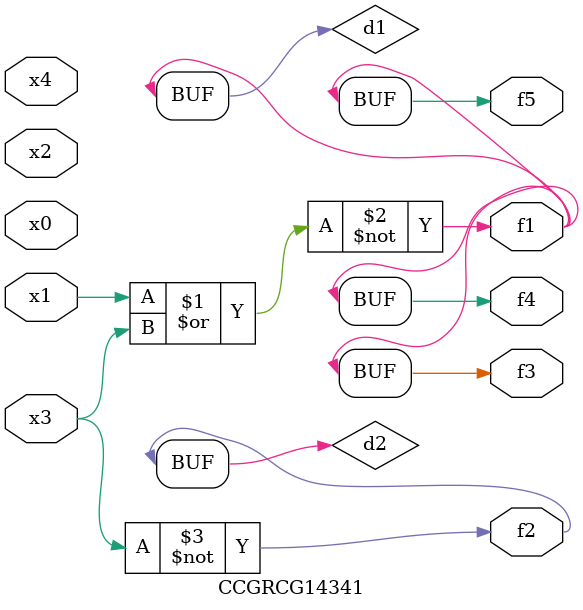
<source format=v>
module CCGRCG14341(
	input x0, x1, x2, x3, x4,
	output f1, f2, f3, f4, f5
);

	wire d1, d2;

	nor (d1, x1, x3);
	not (d2, x3);
	assign f1 = d1;
	assign f2 = d2;
	assign f3 = d1;
	assign f4 = d1;
	assign f5 = d1;
endmodule

</source>
